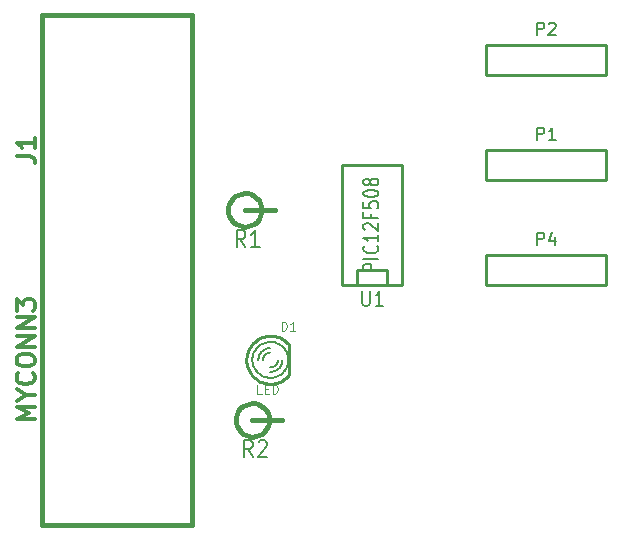
<source format=gto>
G04 (created by PCBNEW-RS274X (2012-apr-16-27)-stable) date sáb 27 may 2017 18:23:09 VET*
G01*
G70*
G90*
%MOIN*%
G04 Gerber Fmt 3.4, Leading zero omitted, Abs format*
%FSLAX34Y34*%
G04 APERTURE LIST*
%ADD10C,0.006000*%
%ADD11C,0.015000*%
%ADD12C,0.010000*%
%ADD13C,0.008000*%
%ADD14C,0.003500*%
%ADD15C,0.012000*%
G04 APERTURE END LIST*
G54D10*
G54D11*
X63750Y-33500D02*
X64750Y-33500D01*
X64309Y-33500D02*
X64298Y-33608D01*
X64266Y-33713D01*
X64215Y-33809D01*
X64146Y-33893D01*
X64062Y-33963D01*
X63966Y-34015D01*
X63862Y-34047D01*
X63753Y-34058D01*
X63646Y-34049D01*
X63541Y-34018D01*
X63444Y-33967D01*
X63359Y-33899D01*
X63289Y-33815D01*
X63237Y-33720D01*
X63204Y-33616D01*
X63192Y-33507D01*
X63201Y-33400D01*
X63231Y-33295D01*
X63281Y-33198D01*
X63348Y-33112D01*
X63431Y-33041D01*
X63527Y-32988D01*
X63630Y-32955D01*
X63739Y-32942D01*
X63847Y-32950D01*
X63952Y-32979D01*
X64049Y-33029D01*
X64135Y-33096D01*
X64206Y-33178D01*
X64260Y-33273D01*
X64295Y-33377D01*
X64308Y-33485D01*
X64309Y-33500D01*
X64000Y-40500D02*
X65000Y-40500D01*
X64559Y-40500D02*
X64548Y-40608D01*
X64516Y-40713D01*
X64465Y-40809D01*
X64396Y-40893D01*
X64312Y-40963D01*
X64216Y-41015D01*
X64112Y-41047D01*
X64003Y-41058D01*
X63896Y-41049D01*
X63791Y-41018D01*
X63694Y-40967D01*
X63609Y-40899D01*
X63539Y-40815D01*
X63487Y-40720D01*
X63454Y-40616D01*
X63442Y-40507D01*
X63451Y-40400D01*
X63481Y-40295D01*
X63531Y-40198D01*
X63598Y-40112D01*
X63681Y-40041D01*
X63777Y-39988D01*
X63880Y-39955D01*
X63989Y-39942D01*
X64097Y-39950D01*
X64202Y-39979D01*
X64299Y-40029D01*
X64385Y-40096D01*
X64456Y-40178D01*
X64510Y-40273D01*
X64545Y-40377D01*
X64558Y-40485D01*
X64559Y-40500D01*
G54D12*
X65220Y-39000D02*
X65220Y-38000D01*
G54D10*
X64140Y-38116D02*
X64108Y-38158D01*
X64080Y-38202D01*
X64056Y-38249D01*
X64036Y-38297D01*
X64020Y-38347D01*
X64009Y-38398D01*
X64003Y-38450D01*
X64000Y-38500D01*
X64001Y-38500D02*
X64004Y-38552D01*
X64011Y-38604D01*
X64022Y-38655D01*
X64038Y-38704D01*
X64058Y-38753D01*
X64082Y-38799D01*
X64110Y-38843D01*
X64142Y-38885D01*
X64153Y-38897D01*
X65199Y-38500D02*
X65196Y-38448D01*
X65189Y-38396D01*
X65178Y-38345D01*
X65162Y-38296D01*
X65142Y-38247D01*
X65118Y-38201D01*
X65090Y-38157D01*
X65058Y-38115D01*
X65054Y-38111D01*
X65060Y-38884D02*
X65092Y-38842D01*
X65120Y-38798D01*
X65144Y-38751D01*
X65164Y-38703D01*
X65180Y-38653D01*
X65191Y-38602D01*
X65197Y-38550D01*
X65200Y-38500D01*
X65087Y-38151D02*
X65055Y-38110D01*
X65019Y-38072D01*
X64980Y-38037D01*
X64938Y-38005D01*
X64894Y-37978D01*
X64847Y-37954D01*
X64799Y-37935D01*
X64749Y-37919D01*
X64697Y-37909D01*
X64646Y-37902D01*
X64600Y-37900D01*
X64600Y-37900D02*
X64548Y-37903D01*
X64496Y-37910D01*
X64445Y-37921D01*
X64395Y-37937D01*
X64347Y-37957D01*
X64301Y-37981D01*
X64256Y-38009D01*
X64215Y-38041D01*
X64176Y-38076D01*
X64141Y-38115D01*
X64121Y-38140D01*
X64600Y-39099D02*
X64652Y-39096D01*
X64704Y-39089D01*
X64755Y-39078D01*
X64804Y-39062D01*
X64853Y-39042D01*
X64899Y-39018D01*
X64943Y-38990D01*
X64985Y-38958D01*
X65023Y-38923D01*
X65058Y-38885D01*
X65072Y-38867D01*
X64127Y-38868D02*
X64161Y-38908D01*
X64198Y-38945D01*
X64239Y-38978D01*
X64282Y-39008D01*
X64327Y-39034D01*
X64375Y-39055D01*
X64424Y-39073D01*
X64475Y-39086D01*
X64526Y-39095D01*
X64579Y-39099D01*
X64600Y-39100D01*
X64600Y-38250D02*
X64579Y-38251D01*
X64557Y-38254D01*
X64536Y-38259D01*
X64515Y-38266D01*
X64495Y-38274D01*
X64476Y-38284D01*
X64457Y-38296D01*
X64440Y-38309D01*
X64424Y-38324D01*
X64409Y-38340D01*
X64396Y-38357D01*
X64384Y-38376D01*
X64374Y-38395D01*
X64366Y-38415D01*
X64359Y-38436D01*
X64354Y-38457D01*
X64351Y-38479D01*
X64350Y-38500D01*
X64600Y-38100D02*
X64566Y-38102D01*
X64531Y-38107D01*
X64497Y-38114D01*
X64464Y-38125D01*
X64431Y-38138D01*
X64401Y-38154D01*
X64371Y-38173D01*
X64343Y-38194D01*
X64318Y-38218D01*
X64294Y-38243D01*
X64273Y-38271D01*
X64254Y-38301D01*
X64238Y-38331D01*
X64225Y-38364D01*
X64214Y-38397D01*
X64207Y-38431D01*
X64202Y-38466D01*
X64200Y-38500D01*
X64600Y-38750D02*
X64621Y-38749D01*
X64643Y-38746D01*
X64664Y-38741D01*
X64685Y-38734D01*
X64705Y-38726D01*
X64725Y-38716D01*
X64743Y-38704D01*
X64760Y-38691D01*
X64776Y-38676D01*
X64791Y-38660D01*
X64804Y-38643D01*
X64816Y-38624D01*
X64826Y-38605D01*
X64834Y-38585D01*
X64841Y-38564D01*
X64846Y-38543D01*
X64849Y-38521D01*
X64850Y-38500D01*
X64600Y-38900D02*
X64634Y-38898D01*
X64669Y-38893D01*
X64703Y-38886D01*
X64736Y-38875D01*
X64769Y-38862D01*
X64800Y-38846D01*
X64829Y-38827D01*
X64857Y-38806D01*
X64882Y-38782D01*
X64906Y-38757D01*
X64927Y-38729D01*
X64946Y-38699D01*
X64962Y-38669D01*
X64975Y-38636D01*
X64986Y-38603D01*
X64993Y-38569D01*
X64998Y-38534D01*
X65000Y-38500D01*
G54D12*
X65213Y-37987D02*
X65166Y-37936D01*
X65115Y-37889D01*
X65060Y-37846D01*
X65001Y-37808D01*
X64939Y-37776D01*
X64874Y-37749D01*
X64808Y-37728D01*
X64740Y-37713D01*
X64671Y-37704D01*
X64601Y-37701D01*
X64600Y-37700D01*
X64600Y-37701D02*
X64531Y-37705D01*
X64462Y-37714D01*
X64394Y-37729D01*
X64327Y-37750D01*
X64263Y-37776D01*
X64201Y-37809D01*
X64142Y-37846D01*
X64087Y-37888D01*
X64036Y-37936D01*
X63988Y-37987D01*
X63946Y-38042D01*
X63909Y-38101D01*
X63896Y-38124D01*
X64601Y-39297D02*
X64670Y-39294D01*
X64739Y-39285D01*
X64807Y-39270D01*
X64874Y-39249D01*
X64938Y-39222D01*
X65000Y-39190D01*
X65058Y-39152D01*
X65114Y-39110D01*
X65165Y-39063D01*
X65209Y-39015D01*
X63906Y-38897D02*
X63944Y-38956D01*
X63986Y-39012D01*
X64033Y-39063D01*
X64084Y-39111D01*
X64139Y-39153D01*
X64198Y-39191D01*
X64260Y-39223D01*
X64324Y-39250D01*
X64391Y-39272D01*
X64459Y-39287D01*
X64528Y-39296D01*
X64598Y-39299D01*
X64600Y-39300D01*
X63896Y-38121D02*
X63866Y-38184D01*
X63841Y-38249D01*
X63822Y-38316D01*
X63809Y-38385D01*
X63802Y-38454D01*
X63800Y-38500D01*
X63801Y-38500D02*
X63805Y-38569D01*
X63814Y-38638D01*
X63829Y-38706D01*
X63850Y-38773D01*
X63876Y-38837D01*
X63909Y-38899D01*
X63920Y-38918D01*
X67500Y-36000D02*
X67500Y-35500D01*
X67500Y-35500D02*
X68500Y-35500D01*
X68500Y-35500D02*
X68500Y-36000D01*
X67000Y-36000D02*
X67000Y-32000D01*
X67000Y-32000D02*
X69000Y-32000D01*
X69000Y-32000D02*
X69000Y-36000D01*
X69000Y-36000D02*
X67000Y-36000D01*
G54D11*
X57000Y-44000D02*
X57000Y-27000D01*
X57000Y-27000D02*
X62000Y-27000D01*
X62000Y-27000D02*
X62000Y-44000D01*
X62000Y-44000D02*
X57000Y-44000D01*
G54D12*
X75800Y-32500D02*
X71800Y-32500D01*
X75800Y-31500D02*
X71800Y-31500D01*
X71800Y-31500D02*
X71800Y-32500D01*
X75800Y-32500D02*
X75800Y-31500D01*
X75800Y-29000D02*
X71800Y-29000D01*
X75800Y-28000D02*
X71800Y-28000D01*
X71800Y-28000D02*
X71800Y-29000D01*
X75800Y-29000D02*
X75800Y-28000D01*
X75800Y-36000D02*
X71800Y-36000D01*
X75800Y-35000D02*
X71800Y-35000D01*
X71800Y-35000D02*
X71800Y-36000D01*
X75800Y-36000D02*
X75800Y-35000D01*
G54D13*
X63767Y-34723D02*
X63600Y-34461D01*
X63481Y-34723D02*
X63481Y-34173D01*
X63672Y-34173D01*
X63719Y-34199D01*
X63743Y-34225D01*
X63767Y-34277D01*
X63767Y-34356D01*
X63743Y-34408D01*
X63719Y-34435D01*
X63672Y-34461D01*
X63481Y-34461D01*
X64243Y-34723D02*
X63957Y-34723D01*
X64100Y-34723D02*
X64100Y-34173D01*
X64052Y-34251D01*
X64005Y-34304D01*
X63957Y-34330D01*
X64017Y-41723D02*
X63850Y-41461D01*
X63731Y-41723D02*
X63731Y-41173D01*
X63922Y-41173D01*
X63969Y-41199D01*
X63993Y-41225D01*
X64017Y-41277D01*
X64017Y-41356D01*
X63993Y-41408D01*
X63969Y-41435D01*
X63922Y-41461D01*
X63731Y-41461D01*
X64207Y-41225D02*
X64231Y-41199D01*
X64279Y-41173D01*
X64398Y-41173D01*
X64445Y-41199D01*
X64469Y-41225D01*
X64493Y-41277D01*
X64493Y-41330D01*
X64469Y-41408D01*
X64183Y-41723D01*
X64493Y-41723D01*
G54D14*
X64978Y-37521D02*
X64978Y-37221D01*
X65050Y-37221D01*
X65093Y-37236D01*
X65121Y-37264D01*
X65136Y-37293D01*
X65150Y-37350D01*
X65150Y-37393D01*
X65136Y-37450D01*
X65121Y-37479D01*
X65093Y-37507D01*
X65050Y-37521D01*
X64978Y-37521D01*
X65436Y-37521D02*
X65264Y-37521D01*
X65350Y-37521D02*
X65350Y-37221D01*
X65321Y-37264D01*
X65293Y-37293D01*
X65264Y-37307D01*
X64307Y-39621D02*
X64164Y-39621D01*
X64164Y-39321D01*
X64407Y-39464D02*
X64507Y-39464D01*
X64550Y-39621D02*
X64407Y-39621D01*
X64407Y-39321D01*
X64550Y-39321D01*
X64678Y-39621D02*
X64678Y-39321D01*
X64750Y-39321D01*
X64793Y-39336D01*
X64821Y-39364D01*
X64836Y-39393D01*
X64850Y-39450D01*
X64850Y-39493D01*
X64836Y-39550D01*
X64821Y-39579D01*
X64793Y-39607D01*
X64750Y-39621D01*
X64678Y-39621D01*
G54D13*
X67657Y-36202D02*
X67657Y-36607D01*
X67679Y-36655D01*
X67700Y-36679D01*
X67743Y-36702D01*
X67829Y-36702D01*
X67871Y-36679D01*
X67893Y-36655D01*
X67914Y-36607D01*
X67914Y-36202D01*
X68364Y-36702D02*
X68107Y-36702D01*
X68235Y-36702D02*
X68235Y-36202D01*
X68192Y-36274D01*
X68150Y-36321D01*
X68107Y-36345D01*
X68202Y-35524D02*
X67702Y-35524D01*
X67702Y-35371D01*
X67726Y-35333D01*
X67750Y-35314D01*
X67798Y-35295D01*
X67869Y-35295D01*
X67917Y-35314D01*
X67940Y-35333D01*
X67964Y-35371D01*
X67964Y-35524D01*
X68202Y-35124D02*
X67702Y-35124D01*
X68155Y-34705D02*
X68179Y-34724D01*
X68202Y-34781D01*
X68202Y-34819D01*
X68179Y-34877D01*
X68131Y-34915D01*
X68083Y-34934D01*
X67988Y-34953D01*
X67917Y-34953D01*
X67821Y-34934D01*
X67774Y-34915D01*
X67726Y-34877D01*
X67702Y-34819D01*
X67702Y-34781D01*
X67726Y-34724D01*
X67750Y-34705D01*
X68202Y-34324D02*
X68202Y-34553D01*
X68202Y-34439D02*
X67702Y-34439D01*
X67774Y-34477D01*
X67821Y-34515D01*
X67845Y-34553D01*
X67750Y-34172D02*
X67726Y-34153D01*
X67702Y-34115D01*
X67702Y-34019D01*
X67726Y-33981D01*
X67750Y-33962D01*
X67798Y-33943D01*
X67845Y-33943D01*
X67917Y-33962D01*
X68202Y-34191D01*
X68202Y-33943D01*
X67940Y-33638D02*
X67940Y-33772D01*
X68202Y-33772D02*
X67702Y-33772D01*
X67702Y-33581D01*
X67702Y-33238D02*
X67702Y-33429D01*
X67940Y-33448D01*
X67917Y-33429D01*
X67893Y-33391D01*
X67893Y-33295D01*
X67917Y-33257D01*
X67940Y-33238D01*
X67988Y-33219D01*
X68107Y-33219D01*
X68155Y-33238D01*
X68179Y-33257D01*
X68202Y-33295D01*
X68202Y-33391D01*
X68179Y-33429D01*
X68155Y-33448D01*
X67702Y-32972D02*
X67702Y-32933D01*
X67726Y-32895D01*
X67750Y-32876D01*
X67798Y-32857D01*
X67893Y-32838D01*
X68012Y-32838D01*
X68107Y-32857D01*
X68155Y-32876D01*
X68179Y-32895D01*
X68202Y-32933D01*
X68202Y-32972D01*
X68179Y-33010D01*
X68155Y-33029D01*
X68107Y-33048D01*
X68012Y-33067D01*
X67893Y-33067D01*
X67798Y-33048D01*
X67750Y-33029D01*
X67726Y-33010D01*
X67702Y-32972D01*
X67917Y-32610D02*
X67893Y-32648D01*
X67869Y-32667D01*
X67821Y-32686D01*
X67798Y-32686D01*
X67750Y-32667D01*
X67726Y-32648D01*
X67702Y-32610D01*
X67702Y-32533D01*
X67726Y-32495D01*
X67750Y-32476D01*
X67798Y-32457D01*
X67821Y-32457D01*
X67869Y-32476D01*
X67893Y-32495D01*
X67917Y-32533D01*
X67917Y-32610D01*
X67940Y-32648D01*
X67964Y-32667D01*
X68012Y-32686D01*
X68107Y-32686D01*
X68155Y-32667D01*
X68179Y-32648D01*
X68202Y-32610D01*
X68202Y-32533D01*
X68179Y-32495D01*
X68155Y-32476D01*
X68107Y-32457D01*
X68012Y-32457D01*
X67964Y-32476D01*
X67940Y-32495D01*
X67917Y-32533D01*
G54D15*
X56143Y-31700D02*
X56571Y-31700D01*
X56657Y-31728D01*
X56714Y-31785D01*
X56743Y-31871D01*
X56743Y-31928D01*
X56743Y-31100D02*
X56743Y-31443D01*
X56743Y-31271D02*
X56143Y-31271D01*
X56229Y-31328D01*
X56286Y-31386D01*
X56314Y-31443D01*
X56743Y-40486D02*
X56143Y-40486D01*
X56571Y-40286D01*
X56143Y-40086D01*
X56743Y-40086D01*
X56457Y-39686D02*
X56743Y-39686D01*
X56143Y-39886D02*
X56457Y-39686D01*
X56143Y-39486D01*
X56686Y-38943D02*
X56714Y-38972D01*
X56743Y-39058D01*
X56743Y-39115D01*
X56714Y-39200D01*
X56657Y-39258D01*
X56600Y-39286D01*
X56486Y-39315D01*
X56400Y-39315D01*
X56286Y-39286D01*
X56229Y-39258D01*
X56171Y-39200D01*
X56143Y-39115D01*
X56143Y-39058D01*
X56171Y-38972D01*
X56200Y-38943D01*
X56143Y-38572D02*
X56143Y-38458D01*
X56171Y-38400D01*
X56229Y-38343D01*
X56343Y-38315D01*
X56543Y-38315D01*
X56657Y-38343D01*
X56714Y-38400D01*
X56743Y-38458D01*
X56743Y-38572D01*
X56714Y-38629D01*
X56657Y-38686D01*
X56543Y-38715D01*
X56343Y-38715D01*
X56229Y-38686D01*
X56171Y-38629D01*
X56143Y-38572D01*
X56743Y-38057D02*
X56143Y-38057D01*
X56743Y-37714D01*
X56143Y-37714D01*
X56743Y-37428D02*
X56143Y-37428D01*
X56743Y-37085D01*
X56143Y-37085D01*
X56143Y-36856D02*
X56143Y-36485D01*
X56371Y-36685D01*
X56371Y-36599D01*
X56400Y-36542D01*
X56429Y-36513D01*
X56486Y-36485D01*
X56629Y-36485D01*
X56686Y-36513D01*
X56714Y-36542D01*
X56743Y-36599D01*
X56743Y-36771D01*
X56714Y-36828D01*
X56686Y-36856D01*
G54D13*
X73505Y-31162D02*
X73505Y-30762D01*
X73658Y-30762D01*
X73696Y-30781D01*
X73715Y-30800D01*
X73734Y-30838D01*
X73734Y-30895D01*
X73715Y-30933D01*
X73696Y-30952D01*
X73658Y-30971D01*
X73505Y-30971D01*
X74115Y-31162D02*
X73886Y-31162D01*
X74000Y-31162D02*
X74000Y-30762D01*
X73962Y-30819D01*
X73924Y-30857D01*
X73886Y-30876D01*
X73505Y-27662D02*
X73505Y-27262D01*
X73658Y-27262D01*
X73696Y-27281D01*
X73715Y-27300D01*
X73734Y-27338D01*
X73734Y-27395D01*
X73715Y-27433D01*
X73696Y-27452D01*
X73658Y-27471D01*
X73505Y-27471D01*
X73886Y-27300D02*
X73905Y-27281D01*
X73943Y-27262D01*
X74039Y-27262D01*
X74077Y-27281D01*
X74096Y-27300D01*
X74115Y-27338D01*
X74115Y-27376D01*
X74096Y-27433D01*
X73867Y-27662D01*
X74115Y-27662D01*
X73505Y-34662D02*
X73505Y-34262D01*
X73658Y-34262D01*
X73696Y-34281D01*
X73715Y-34300D01*
X73734Y-34338D01*
X73734Y-34395D01*
X73715Y-34433D01*
X73696Y-34452D01*
X73658Y-34471D01*
X73505Y-34471D01*
X74077Y-34395D02*
X74077Y-34662D01*
X73981Y-34243D02*
X73886Y-34529D01*
X74134Y-34529D01*
M02*

</source>
